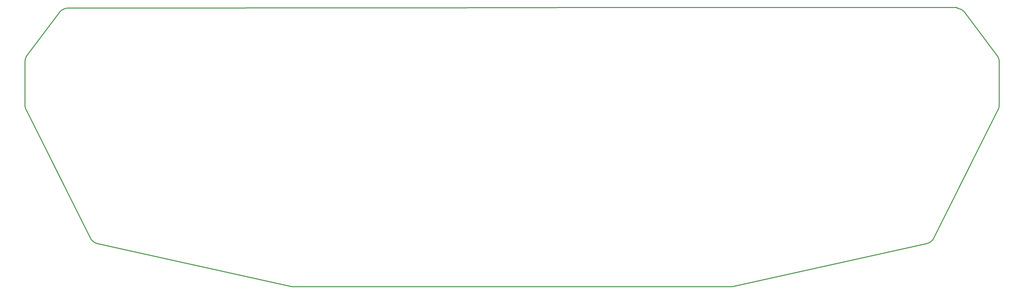
<source format=gm1>
G04 #@! TF.GenerationSoftware,KiCad,Pcbnew,8.0.9*
G04 #@! TF.CreationDate,2025-09-25T17:38:48-07:00*
G04 #@! TF.ProjectId,keyboard,6b657962-6f61-4726-942e-6b696361645f,v0.0.0-alpha*
G04 #@! TF.SameCoordinates,Original*
G04 #@! TF.FileFunction,Profile,NP*
%FSLAX46Y46*%
G04 Gerber Fmt 4.6, Leading zero omitted, Abs format (unit mm)*
G04 Created by KiCad (PCBNEW 8.0.9) date 2025-09-25 17:38:48*
%MOMM*%
%LPD*%
G01*
G04 APERTURE LIST*
G04 #@! TA.AperFunction,Profile*
%ADD10C,0.400000*%
G04 #@! TD*
G04 APERTURE END LIST*
D10*
X493499144Y-129777612D02*
X493499144Y-130027612D01*
X393267816Y-254435852D02*
X335362957Y-254435852D01*
X79205082Y-151344605D02*
X78894152Y-151890063D01*
X197458098Y-254435852D02*
X255362957Y-254435852D01*
X480016332Y-235219571D02*
X393811766Y-254376141D01*
X78894152Y-151890063D02*
X78762284Y-152208429D01*
X94084298Y-131505650D02*
X79205082Y-151344605D01*
X482825914Y-233413464D02*
X481504829Y-234643982D01*
X78377587Y-173674169D02*
X78569719Y-174640121D01*
X511917948Y-175215325D02*
X511844284Y-175376726D01*
X78377587Y-153639295D02*
X78377587Y-173674169D01*
X110294451Y-235088570D02*
X110709582Y-235219571D01*
X493499144Y-129777612D02*
X335250000Y-129750000D01*
X511831762Y-151890063D02*
X511963630Y-152208429D01*
X335362957Y-254435852D02*
X255362957Y-254435852D01*
X512348327Y-153639295D02*
X512348327Y-173674169D01*
X335250000Y-129750000D02*
X255375482Y-129875000D01*
X78762284Y-175105035D02*
X78807966Y-175215325D01*
X95795904Y-130412309D02*
X95146475Y-130681303D01*
X481504829Y-234643982D02*
X480642510Y-235001155D01*
X78569719Y-174640121D02*
X78762284Y-175105035D01*
X494930010Y-130412309D02*
X495579439Y-130681303D01*
X78881630Y-175376726D02*
X107900000Y-233413464D01*
X511963630Y-152208429D02*
X512156195Y-152673343D01*
X480431463Y-235088570D02*
X480016332Y-235219571D01*
X511520832Y-151344605D02*
X511831762Y-151890063D01*
X495579439Y-130681303D02*
X496641616Y-131505650D01*
X110083404Y-235001155D02*
X110294451Y-235088570D01*
X95146475Y-130681303D02*
X94084298Y-131505650D01*
X512348327Y-173674169D02*
X512156195Y-174640121D01*
X96260818Y-130219744D02*
X95795904Y-130412309D01*
X393811766Y-254376141D02*
X393267816Y-254435852D01*
X493499144Y-130027612D02*
X494465096Y-130219744D01*
X97226770Y-130027612D02*
X255375482Y-129875000D01*
X110709582Y-235219571D02*
X196914148Y-254376141D01*
X512156195Y-174640121D02*
X511963630Y-175105035D01*
X109221085Y-234643982D02*
X110083404Y-235001155D01*
X480642510Y-235001155D02*
X480431463Y-235088570D01*
X512156195Y-152673343D02*
X512348327Y-153639295D01*
X511844284Y-175376726D02*
X482825914Y-233413464D01*
X496641616Y-131505650D02*
X511520832Y-151344605D01*
X78762284Y-152208429D02*
X78569719Y-152673343D01*
X511963630Y-175105035D02*
X511917948Y-175215325D01*
X78569719Y-152673343D02*
X78377587Y-153639295D01*
X494465096Y-130219744D02*
X494930010Y-130412309D01*
X78807966Y-175215325D02*
X78881630Y-175376726D01*
X97226770Y-130027612D02*
X96260818Y-130219744D01*
X196914148Y-254376141D02*
X197458098Y-254435852D01*
X107900000Y-233413464D02*
X109221085Y-234643982D01*
M02*

</source>
